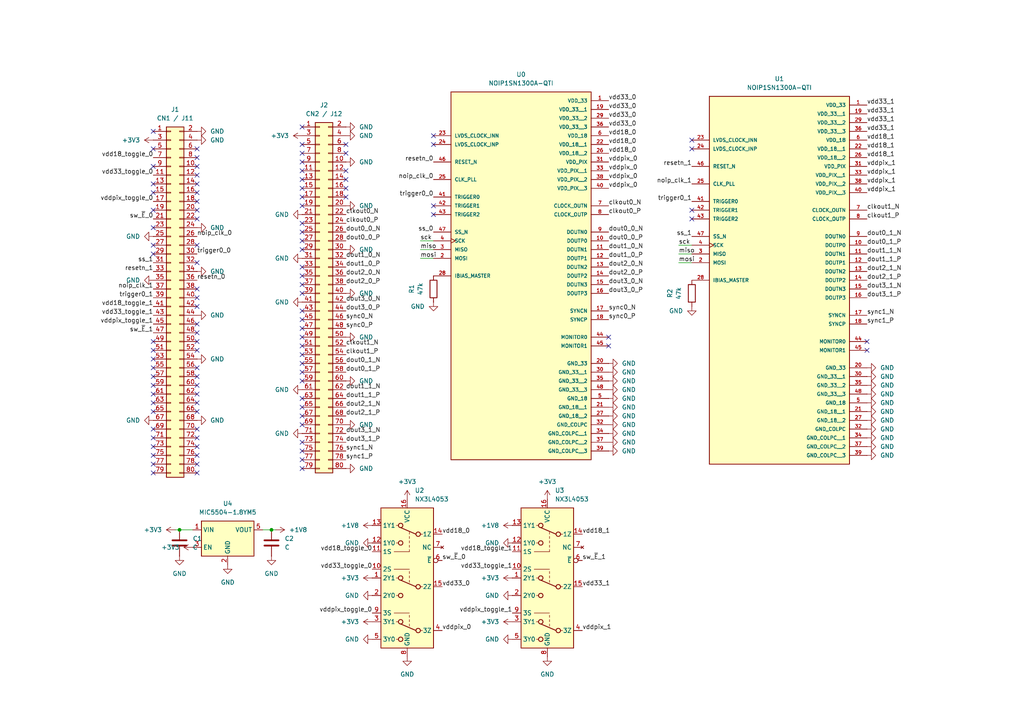
<source format=kicad_sch>
(kicad_sch (version 20231120) (generator "eeschema") (generator_version "8.0")
  (paper "A4")
  (lib_symbols
    (symbol "Connector_Generic:Conn_02x40_Odd_Even" (pin_names (offset 1.016) hide)
      (property "Reference" "J" (at 1.27 50.8 0))
      (property "Value" "Conn_02x40_Odd_Even" (at 1.27 -53.34 0))
      (symbol "Conn_02x40_Odd_Even_1_1"
        (pin passive line (at -5.08 48.26 0) (length 3.81) (name "Pin_1") (number "1"))
        (pin passive line (at 7.62 38.1 180) (length 3.81) (name "Pin_10") (number "10"))
        (pin passive line (at -5.08 35.56 0) (length 3.81) (name "Pin_11") (number "11"))
        (pin passive line (at 7.62 35.56 180) (length 3.81) (name "Pin_12") (number "12"))
        (pin passive line (at -5.08 33.02 0) (length 3.81) (name "Pin_13") (number "13"))
        (pin passive line (at 7.62 33.02 180) (length 3.81) (name "Pin_14") (number "14"))
        (pin passive line (at -5.08 30.48 0) (length 3.81) (name "Pin_15") (number "15"))
        (pin passive line (at 7.62 30.48 180) (length 3.81) (name "Pin_16") (number "16"))
        (pin passive line (at -5.08 27.94 0) (length 3.81) (name "Pin_17") (number "17"))
        (pin passive line (at 7.62 27.94 180) (length 3.81) (name "Pin_18") (number "18"))
        (pin passive line (at -5.08 25.4 0) (length 3.81) (name "Pin_19") (number "19"))
        (pin passive line (at 7.62 48.26 180) (length 3.81) (name "Pin_2") (number "2"))
        (pin passive line (at 7.62 25.4 180) (length 3.81) (name "Pin_20") (number "20"))
        (pin passive line (at -5.08 22.86 0) (length 3.81) (name "Pin_21") (number "21"))
        (pin passive line (at 7.62 22.86 180) (length 3.81) (name "Pin_22") (number "22"))
        (pin passive line (at -5.08 20.32 0) (length 3.81) (name "Pin_23") (number "23"))
        (pin passive line (at 7.62 20.32 180) (length 3.81) (name "Pin_24") (number "24"))
        (pin passive line (at -5.08 17.78 0) (length 3.81) (name "Pin_25") (number "25"))
        (pin passive line (at 7.62 17.78 180) (length 3.81) (name "Pin_26") (number "26"))
        (pin passive line (at -5.08 15.24 0) (length 3.81) (name "Pin_27") (number "27"))
        (pin passive line (at 7.62 15.24 180) (length 3.81) (name "Pin_28") (number "28"))
        (pin passive line (at -5.08 12.7 0) (length 3.81) (name "Pin_29") (number "29"))
        (pin passive line (at -5.08 45.72 0) (length 3.81) (name "Pin_3") (number "3"))
        (pin passive line (at 7.62 12.7 180) (length 3.81) (name "Pin_30") (number "30"))
        (pin passive line (at -5.08 10.16 0) (length 3.81) (name "Pin_31") (number "31"))
        (pin passive line (at 7.62 10.16 180) (length 3.81) (name "Pin_32") (number "32"))
        (pin passive line (at -5.08 7.62 0) (length 3.81) (name "Pin_33") (number "33"))
        (pin passive line (at 7.62 7.62 180) (length 3.81) (name "Pin_34") (number "34"))
        (pin passive line (at -5.08 5.08 0) (length 3.81) (name "Pin_35") (number "35"))
        (pin passive line (at 7.62 5.08 180) (length 3.81) (name "Pin_36") (number "36"))
        (pin passive line (at -5.08 2.54 0) (length 3.81) (name "Pin_37") (number "37"))
        (pin passive line (at 7.62 2.54 180) (length 3.81) (name "Pin_38") (number "38"))
        (pin passive line (at -5.08 0 0) (length 3.81) (name "Pin_39") (number "39"))
        (pin passive line (at 7.62 45.72 180) (length 3.81) (name "Pin_4") (number "4"))
        (pin passive line (at 7.62 0 180) (length 3.81) (name "Pin_40") (number "40"))
        (pin passive line (at -5.08 -2.54 0) (length 3.81) (name "Pin_41") (number "41"))
        (pin passive line (at 7.62 -2.54 180) (length 3.81) (name "Pin_42") (number "42"))
        (pin passive line (at -5.08 -5.08 0) (length 3.81) (name "Pin_43") (number "43"))
        (pin passive line (at 7.62 -5.08 180) (length 3.81) (name "Pin_44") (number "44"))
        (pin passive line (at -5.08 -7.62 0) (length 3.81) (name "Pin_45") (number "45"))
        (pin passive line (at 7.62 -7.62 180) (length 3.81) (name "Pin_46") (number "46"))
        (pin passive line (at -5.08 -10.16 0) (length 3.81) (name "Pin_47") (number "47"))
        (pin passive line (at 7.62 -10.16 180) (length 3.81) (name "Pin_48") (number "48"))
        (pin passive line (at -5.08 -12.7 0) (length 3.81) (name "Pin_49") (number "49"))
        (pin passive line (at -5.08 43.18 0) (length 3.81) (name "Pin_5") (number "5"))
        (pin passive line (at 7.62 -12.7 180) (length 3.81) (name "Pin_50") (number "50"))
        (pin passive line (at -5.08 -15.24 0) (length 3.81) (name "Pin_51") (number "51"))
        (pin passive line (at 7.62 -15.24 180) (length 3.81) (name "Pin_52") (number "52"))
        (pin passive line (at -5.08 -17.78 0) (length 3.81) (name "Pin_53") (number "53"))
        (pin passive line (at 7.62 -17.78 180) (length 3.81) (name "Pin_54") (number "54"))
        (pin passive line (at -5.08 -20.32 0) (length 3.81) (name "Pin_55") (number "55"))
        (pin passive line (at 7.62 -20.32 180) (length 3.81) (name "Pin_56") (number "56"))
        (pin passive line (at -5.08 -22.86 0) (length 3.81) (name "Pin_57") (number "57"))
        (pin passive line (at 7.62 -22.86 180) (length 3.81) (name "Pin_58") (number "58"))
        (pin passive line (at -5.08 -25.4 0) (length 3.81) (name "Pin_59") (number "59"))
        (pin passive line (at 7.62 43.18 180) (length 3.81) (name "Pin_6") (number "6"))
        (pin passive line (at 7.62 -25.4 180) (length 3.81) (name "Pin_60") (number "60"))
        (pin passive line (at -5.08 -27.94 0) (length 3.81) (name "Pin_61") (number "61"))
        (pin passive line (at 7.62 -27.94 180) (length 3.81) (name "Pin_62") (number "62"))
        (pin passive line (at -5.08 -30.48 0) (length 3.81) (name "Pin_63") (number "63"))
        (pin passive line (at 7.62 -30.48 180) (length 3.81) (name "Pin_64") (number "64"))
        (pin passive line (at -5.08 -33.02 0) (length 3.81) (name "Pin_65") (number "65"))
        (pin passive line (at 7.62 -33.02 180) (length 3.81) (name "Pin_66") (number "66"))
        (pin passive line (at -5.08 -35.56 0) (length 3.81) (name "Pin_67") (number "67"))
        (pin passive line (at 7.62 -35.56 180) (length 3.81) (name "Pin_68") (number "68"))
        (pin passive line (at -5.08 -38.1 0) (length 3.81) (name "Pin_69") (number "69"))
        (pin passive line (at -5.08 40.64 0) (length 3.81) (name "Pin_7") (number "7"))
        (pin passive line (at 7.62 -38.1 180) (length 3.81) (name "Pin_70") (number "70"))
        (pin passive line (at -5.08 -40.64 0) (length 3.81) (name "Pin_71") (number "71"))
        (pin passive line (at 7.62 -40.64 180) (length 3.81) (name "Pin_72") (number "72"))
        (pin passive line (at -5.08 -43.18 0) (length 3.81) (name "Pin_73") (number "73"))
        (pin passive line (at 7.62 -43.18 180) (length 3.81) (name "Pin_74") (number "74"))
        (pin passive line (at -5.08 -45.72 0) (length 3.81) (name "Pin_75") (number "75"))
        (pin passive line (at 7.62 -45.72 180) (length 3.81) (name "Pin_76") (number "76"))
        (pin passive line (at -5.08 -48.26 0) (length 3.81) (name "Pin_77") (number "77"))
        (pin passive line (at 7.62 -48.26 180) (length 3.81) (name "Pin_78") (number "78"))
        (pin passive line (at -5.08 -50.8 0) (length 3.81) (name "Pin_79") (number "79"))
        (pin passive line (at 7.62 40.64 180) (length 3.81) (name "Pin_8") (number "8"))
        (pin passive line (at 7.62 -50.8 180) (length 3.81) (name "Pin_80") (number "80"))
        (pin passive line (at -5.08 38.1 0) (length 3.81) (name "Pin_9") (number "9"))
      )
    )
    (symbol "Device:C" (pin_numbers hide) (pin_names (offset 0.254))
      (property "Reference" "C" (at 0.635 2.54 0))
      (property "Value" "C" (at 0.635 -2.54 0))
      (symbol "C_1_1"
        (pin passive line (at 0 3.81 270) (length 2.794) (name "~") (number "1"))
        (pin passive line (at 0 -3.81 90) (length 2.794) (name "~") (number "2"))
      )
    )
    (symbol "Device:R" (pin_numbers hide) (pin_names (offset 0))
      (property "Reference" "R" (at 2.032 0 90))
      (property "Value" "R" (at 0 0 90))
      (symbol "R_1_1"
        (pin passive line (at 0 3.81 270) (length 1.27) (name "~") (number "1"))
        (pin passive line (at 0 -3.81 90) (length 1.27) (name "~") (number "2"))
      )
    )
    (symbol "NOIP1SN1300A-QTI:NOIP1SN1300A-QTI" (pin_names (offset 1.016))
      (property "Reference" "U" (at -20.32 34.036 0))
      (property "Value" "NOIP1SN1300A-QTI" (at -20.32 -76.962 0))
      (symbol "NOIP1SN1300A-QTI_0_0"
        (pin power_in line (at 25.4 30.48 180) (length 5.08) (name "VDD_33") (number "1"))
        (pin output line (at 25.4 -10.16 180) (length 5.08) (name "DOUTP0") (number "10"))
        (pin output line (at 25.4 -12.7 180) (length 5.08) (name "DOUTN1") (number "11"))
        (pin output line (at 25.4 -15.24 180) (length 5.08) (name "DOUTP1") (number "12"))
        (pin output line (at 25.4 -17.78 180) (length 5.08) (name "DOUTN2") (number "13"))
        (pin output line (at 25.4 -20.32 180) (length 5.08) (name "DOUTP2") (number "14"))
        (pin output line (at 25.4 -22.86 180) (length 5.08) (name "DOUTN3") (number "15"))
        (pin output line (at 25.4 -25.4 180) (length 5.08) (name "DOUTP3") (number "16"))
        (pin output line (at 25.4 -30.48 180) (length 5.08) (name "SYNCN") (number "17"))
        (pin output line (at 25.4 -33.02 180) (length 5.08) (name "SYNCP") (number "18"))
        (pin power_in line (at 25.4 27.94 180) (length 5.08) (name "VDD_33__1") (number "19"))
        (pin input line (at -25.4 -15.24 0) (length 5.08) (name "MOSI") (number "2"))
        (pin power_in line (at 25.4 -45.72 180) (length 5.08) (name "GND_33") (number "20"))
        (pin power_in line (at 25.4 -58.42 180) (length 5.08) (name "GND_18__1") (number "21"))
        (pin power_in line (at 25.4 17.78 180) (length 5.08) (name "VDD_18__1") (number "22"))
        (pin input line (at -25.4 20.32 0) (length 5.08) (name "LVDS_CLOCK_INN") (number "23"))
        (pin input line (at -25.4 17.78 0) (length 5.08) (name "LVDS_CLOCK_INP") (number "24"))
        (pin input line (at -25.4 7.62 0) (length 5.08) (name "CLK_PLL") (number "25"))
        (pin power_in line (at 25.4 15.24 180) (length 5.08) (name "VDD_18__2") (number "26"))
        (pin power_in line (at 25.4 -60.96 180) (length 5.08) (name "GND_18__2") (number "27"))
        (pin bidirectional line (at -25.4 -20.32 0) (length 5.08) (name "IBIAS_MASTER") (number "28"))
        (pin power_in line (at 25.4 25.4 180) (length 5.08) (name "VDD_33__2") (number "29"))
        (pin output line (at -25.4 -12.7 0) (length 5.08) (name "MISO") (number "3"))
        (pin power_in line (at 25.4 -48.26 180) (length 5.08) (name "GND_33__1") (number "30"))
        (pin power_in line (at 25.4 12.7 180) (length 5.08) (name "VDD_PIX") (number "31"))
        (pin power_in line (at 25.4 -63.5 180) (length 5.08) (name "GND_COLPC") (number "32"))
        (pin power_in line (at 25.4 10.16 180) (length 5.08) (name "VDD_PIX__1") (number "33"))
        (pin power_in line (at 25.4 -66.04 180) (length 5.08) (name "GND_COLPC__1") (number "34"))
        (pin power_in line (at 25.4 -50.8 180) (length 5.08) (name "GND_33__2") (number "35"))
        (pin power_in line (at 25.4 22.86 180) (length 5.08) (name "VDD_33__3") (number "36"))
        (pin power_in line (at 25.4 -68.58 180) (length 5.08) (name "GND_COLPC__2") (number "37"))
        (pin power_in line (at 25.4 7.62 180) (length 5.08) (name "VDD_PIX__2") (number "38"))
        (pin power_in line (at 25.4 -71.12 180) (length 5.08) (name "GND_COLPC__3") (number "39"))
        (pin input clock (at -25.4 -10.16 0) (length 5.08) (name "SCK") (number "4"))
        (pin power_in line (at 25.4 5.08 180) (length 5.08) (name "VDD_PIX__3") (number "40"))
        (pin input line (at -25.4 2.54 0) (length 5.08) (name "TRIGGER0") (number "41"))
        (pin input line (at -25.4 0 0) (length 5.08) (name "TRIGGER1") (number "42"))
        (pin input line (at -25.4 -2.54 0) (length 5.08) (name "TRIGGER2") (number "43"))
        (pin output line (at 25.4 -38.1 180) (length 5.08) (name "MONITOR0") (number "44"))
        (pin output line (at 25.4 -40.64 180) (length 5.08) (name "MONITOR1") (number "45"))
        (pin input line (at -25.4 12.7 0) (length 5.08) (name "RESET_N") (number "46"))
        (pin input line (at -25.4 -7.62 0) (length 5.08) (name "SS_N") (number "47"))
        (pin power_in line (at 25.4 -53.34 180) (length 5.08) (name "GND_33__3") (number "48"))
        (pin power_in line (at 25.4 -55.88 180) (length 5.08) (name "GND_18") (number "5"))
        (pin power_in line (at 25.4 20.32 180) (length 5.08) (name "VDD_18") (number "6"))
        (pin output line (at 25.4 0 180) (length 5.08) (name "CLOCK_OUTN") (number "7"))
        (pin output line (at 25.4 -2.54 180) (length 5.08) (name "CLOCK_OUTP") (number "8"))
        (pin output line (at 25.4 -7.62 180) (length 5.08) (name "DOUTN0") (number "9"))
      )
    )
    (symbol "NX3L4053:NX3L4053"
      (property "Reference" "U" (at -7.62 16.51 0))
      (property "Value" "NX3L4053" (at 0.635 16.51 0))
      (symbol "NX3L4053_1_1"
        (pin bidirectional line (at -10.16 -5.08 0) (length 2.54) (name "2Y1") (number "1"))
        (pin input line (at -10.16 -2.54 0) (length 2.54) (name "2S") (number "10"))
        (pin input line (at -10.16 2.54 0) (length 2.54) (name "1S") (number "11"))
        (pin passive line (at 0 -27.94 90) (length 2.54) hide (name "GND") (number "11"))
        (pin bidirectional line (at -10.16 5.08 0) (length 2.54) (name "1Y0") (number "12"))
        (pin bidirectional line (at -10.16 10.16 0) (length 2.54) (name "1Y1") (number "13"))
        (pin bidirectional line (at 10.16 7.62 180) (length 2.54) (name "1Z") (number "14"))
        (pin bidirectional line (at 10.16 -7.62 180) (length 2.54) (name "2Z") (number "15"))
        (pin power_in line (at 0 17.78 270) (length 2.54) (name "VCC") (number "16"))
        (pin bidirectional line (at -10.16 -10.16 0) (length 2.54) (name "2Y0") (number "2"))
        (pin bidirectional line (at -10.16 -17.78 0) (length 2.54) (name "3Y1") (number "3"))
        (pin bidirectional line (at 10.16 -20.32 180) (length 2.54) (name "3Z") (number "4"))
        (pin bidirectional line (at -10.16 -22.86 0) (length 2.54) (name "3Y0") (number "5"))
        (pin bidirectional inverted (at 10.16 0 180) (length 2.54) (name "~{E}") (number "6"))
        (pin no_connect line (at 10.16 3.81 180) (length 2.54) (name "NC") (number "7"))
        (pin power_in line (at 0 -27.94 90) (length 2.54) (name "GND") (number "8"))
        (pin input line (at -10.16 -15.24 0) (length 2.54) (name "3S") (number "9"))
      )
    )
    (symbol "Regulator_Linear:MIC5504-1.8YM5"
      (property "Reference" "U" (at -7.62 8.89 0))
      (property "Value" "MIC5504-1.8YM5" (at -7.62 6.35 0))
      (symbol "MIC5504-1.8YM5_1_1"
        (pin power_in line (at -10.16 2.54 0) (length 2.54) (name "VIN") (number "1"))
        (pin power_in line (at 0 -7.62 90) (length 2.54) (name "GND") (number "2"))
        (pin input line (at -10.16 -2.54 0) (length 2.54) (name "EN") (number "3"))
        (pin no_connect line (at 7.62 -2.54 180) (length 2.54) hide (name "NC") (number "4"))
        (pin power_out line (at 10.16 2.54 180) (length 2.54) (name "VOUT") (number "5"))
      )
    )
    (symbol "power:+1V8" (power) (pin_numbers hide) (pin_names (offset 0) hide)
      (property "Value" "+1V8" (at 0 3.556 0))
      (symbol "+1V8_1_1"
        (pin power_in line (at 0 0 90) (length 0) (name "~") (number "1"))
      )
    )
    (symbol "power:+3.3V" (power) (pin_numbers hide) (pin_names (offset 0) hide)
      (property "Value" "+3.3V" (at 0 3.556 0))
      (symbol "+3.3V_1_1"
        (pin power_in line (at 0 0 90) (length 0) (name "~") (number "1"))
      )
    )
    (symbol "power:+3V3" (power) (pin_numbers hide) (pin_names (offset 0) hide)
      (property "Value" "+3V3" (at 0 3.556 0))
      (symbol "+3V3_1_1"
        (pin power_in line (at 0 0 90) (length 0) (name "~") (number "1"))
      )
    )
    (symbol "power:GND" (power) (pin_numbers hide) (pin_names (offset 0) hide)
      (property "Value" "GND" (at 0 -3.81 0))
      (symbol "GND_1_1"
        (pin power_in line (at 0 0 270) (length 0) (name "~") (number "1"))
      )
    )
  )
  (junction (at 52.07 153.67))
  (junction (at 78.74 153.67))
  (no_connect (at 100.33 44.45))
  (no_connect (at 87.63 64.77))
  (no_connect (at 87.63 44.45))
  (no_connect (at 87.63 135.89))
  (no_connect (at 200.66 40.64))
  (no_connect (at 57.15 63.5))
  (no_connect (at 57.15 101.6))
  (no_connect (at 125.73 62.23))
  (no_connect (at 200.66 63.5))
  (no_connect (at 87.63 95.25))
  (no_connect (at 44.45 101.6))
  (no_connect (at 57.15 71.12))
  (no_connect (at 44.45 71.12))
  (no_connect (at 57.15 50.8))
  (no_connect (at 87.63 105.41))
  (no_connect (at 87.63 133.35))
  (no_connect (at 57.15 53.34))
  (no_connect (at 57.15 114.3))
  (no_connect (at 87.63 59.69))
  (no_connect (at 57.15 99.06))
  (no_connect (at 100.33 52.07))
  (no_connect (at 44.45 43.18))
  (no_connect (at 57.15 55.88))
  (no_connect (at 57.15 58.42))
  (no_connect (at 57.15 76.2))
  (no_connect (at 100.33 57.15))
  (no_connect (at 44.45 111.76))
  (no_connect (at 57.15 109.22))
  (no_connect (at 57.15 96.52))
  (no_connect (at 57.15 127))
  (no_connect (at 57.15 86.36))
  (no_connect (at 57.15 48.26))
  (no_connect (at 87.63 69.85))
  (no_connect (at 57.15 106.68))
  (no_connect (at 57.15 129.54))
  (no_connect (at 44.45 116.84))
  (no_connect (at 57.15 93.98))
  (no_connect (at 44.45 38.1))
  (no_connect (at 87.63 72.39))
  (no_connect (at 57.15 119.38))
  (no_connect (at 87.63 92.71))
  (no_connect (at 44.45 99.06))
  (no_connect (at 44.45 129.54))
  (no_connect (at 87.63 115.57))
  (no_connect (at 44.45 114.3))
  (no_connect (at 44.45 66.04))
  (no_connect (at 87.63 46.99))
  (no_connect (at 44.45 137.16))
  (no_connect (at 57.15 116.84))
  (no_connect (at 87.63 100.33))
  (no_connect (at 87.63 130.81))
  (no_connect (at 57.15 45.72))
  (no_connect (at 57.15 88.9))
  (no_connect (at 87.63 123.19))
  (no_connect (at 87.63 102.87))
  (no_connect (at 87.63 110.49))
  (no_connect (at 125.73 59.69))
  (no_connect (at 87.63 85.09))
  (no_connect (at 44.45 53.34))
  (no_connect (at 44.45 124.46))
  (no_connect (at 57.15 83.82))
  (no_connect (at 100.33 54.61))
  (no_connect (at 57.15 134.62))
  (no_connect (at 125.73 39.37))
  (no_connect (at 87.63 49.53))
  (no_connect (at 87.63 128.27))
  (no_connect (at 87.63 90.17))
  (no_connect (at 251.46 99.06))
  (no_connect (at 125.73 41.91))
  (no_connect (at 44.45 134.62))
  (no_connect (at 200.66 60.96))
  (no_connect (at 87.63 107.95))
  (no_connect (at 44.45 60.96))
  (no_connect (at 87.63 36.83))
  (no_connect (at 87.63 120.65))
  (no_connect (at 176.53 100.33))
  (no_connect (at 44.45 48.26))
  (no_connect (at 87.63 67.31))
  (no_connect (at 87.63 97.79))
  (no_connect (at 200.66 43.18))
  (no_connect (at 100.33 49.53))
  (no_connect (at 44.45 132.08))
  (no_connect (at 87.63 77.47))
  (no_connect (at 57.15 137.16))
  (no_connect (at 44.45 119.38))
  (no_connect (at 87.63 41.91))
  (no_connect (at 44.45 104.14))
  (no_connect (at 87.63 54.61))
  (no_connect (at 44.45 127))
  (no_connect (at 44.45 55.88))
  (no_connect (at 57.15 43.18))
  (no_connect (at 57.15 132.08))
  (no_connect (at 87.63 82.55))
  (no_connect (at 176.53 97.79))
  (no_connect (at 87.63 118.11))
  (no_connect (at 44.45 73.66))
  (no_connect (at 87.63 80.01))
  (no_connect (at 44.45 106.68))
  (no_connect (at 57.15 111.76))
  (no_connect (at 44.45 109.22))
  (no_connect (at 251.46 101.6))
  (no_connect (at 57.15 60.96))
  (no_connect (at 87.63 57.15))
  (no_connect (at 100.33 41.91))
  (no_connect (at 57.15 124.46))
  (no_connect (at 87.63 52.07))
  (wire (pts (xy 196.85 71.12) (xy 200.66 71.12)))
  (wire (pts (xy 121.92 69.85) (xy 125.73 69.85)))
  (wire (pts (xy 80.01 153.67) (xy 78.74 153.67)))
  (wire (pts (xy 196.85 76.2) (xy 200.66 76.2)))
  (wire (pts (xy 52.07 153.67) (xy 55.88 153.67)))
  (wire (pts (xy 78.74 153.67) (xy 76.2 153.67)))
  (wire (pts (xy 121.92 74.93) (xy 125.73 74.93)))
  (wire (pts (xy 196.85 73.66) (xy 200.66 73.66)))
  (wire (pts (xy 121.92 72.39) (xy 125.73 72.39)))
  (wire (pts (xy 50.8 153.67) (xy 52.07 153.67)))
  (label "dout0_1_P" (at 100.33 107.95 0))
  (label "sync0_P" (at 100.33 95.25 0))
  (label "vddpix_0" (at 176.53 54.61 0))
  (label "sync1_N" (at 100.33 130.81 0))
  (label "vdd33_toggle_1" (at 148.59 165.1 180))
  (label "dout1_1_N" (at 251.46 73.66 0))
  (label "clkout0_P" (at 100.33 64.77 0))
  (label "sck" (at 121.92 69.85 0))
  (label "clkout1_N" (at 100.33 100.33 0))
  (label "sw_~{E}_0" (at 44.45 63.5 180))
  (label "dout1_1_P" (at 251.46 76.2 0))
  (label "dout2_1_N" (at 251.46 78.74 0))
  (label "vddpix_toggle_0" (at 107.95 177.8 180))
  (label "vdd18_0" (at 176.53 39.37 0))
  (label "sync0_N" (at 176.53 90.17 0))
  (label "vdd33_toggle_1" (at 44.45 91.44 180))
  (label "dout1_0_P" (at 176.53 74.93 0))
  (label "vddpix_0" (at 176.53 49.53 0))
  (label "dout0_1_N" (at 251.46 68.58 0))
  (label "sync0_N" (at 100.33 92.71 0))
  (label "dout3_1_P" (at 100.33 128.27 0))
  (label "vdd33_1" (at 168.91 170.18 0))
  (label "dout2_1_P" (at 100.33 120.65 0))
  (label "resetn_1" (at 200.66 48.26 180))
  (label "dout3_1_N" (at 251.46 83.82 0))
  (label "vdd18_toggle_1" (at 44.45 88.9 180))
  (label "dout0_0_N" (at 100.33 67.31 0))
  (label "trigger0_1" (at 200.66 58.42 180))
  (label "sck" (at 196.85 71.12 0))
  (label "sync1_N" (at 251.46 91.44 0))
  (label "mosi" (at 196.85 76.2 0))
  (label "dout2_1_P" (at 251.46 81.28 0))
  (label "dout0_1_N" (at 100.33 105.41 0))
  (label "clkout1_P" (at 100.33 102.87 0))
  (label "vdd18_0" (at 176.53 41.91 0))
  (label "dout1_0_N" (at 100.33 74.93 0))
  (label "vddpix_1" (at 251.46 55.88 0))
  (label "ss_1" (at 44.45 76.2 180))
  (label "dout3_0_P" (at 100.33 90.17 0))
  (label "ss_0" (at 125.73 67.31 180))
  (label "noip_clk_1" (at 44.45 83.82 180))
  (label "clkout0_N" (at 176.53 59.69 0))
  (label "clkout0_P" (at 176.53 62.23 0))
  (label "dout2_1_N" (at 100.33 118.11 0))
  (label "dout0_0_P" (at 176.53 69.85 0))
  (label "vddpix_1" (at 251.46 50.8 0))
  (label "miso" (at 196.85 73.66 0))
  (label "dout3_0_N" (at 100.33 87.63 0))
  (label "dout3_0_N" (at 176.53 82.55 0))
  (label "noip_clk_1" (at 200.66 53.34 180))
  (label "vdd18_toggle_0" (at 107.95 160.02 180))
  (label "vdd33_0" (at 128.27 170.18 0))
  (label "resetn_1" (at 44.45 78.74 180))
  (label "dout1_0_P" (at 100.33 77.47 0))
  (label "dout1_1_N" (at 100.33 113.03 0))
  (label "sync0_P" (at 176.53 92.71 0))
  (label "vddpix_0" (at 176.53 46.99 0))
  (label "sw_~{E}_1" (at 44.45 96.52 180))
  (label "dout3_1_N" (at 100.33 125.73 0))
  (label "vddpix_0" (at 128.27 182.88 0))
  (label "noip_clk_0" (at 57.15 68.58 0))
  (label "vdd33_toggle_0" (at 44.45 50.8 180))
  (label "trigger0_0" (at 125.73 57.15 180))
  (label "dout0_0_P" (at 100.33 69.85 0))
  (label "sync1_P" (at 100.33 133.35 0))
  (label "dout1_0_N" (at 176.53 72.39 0))
  (label "dout3_1_P" (at 251.46 86.36 0))
  (label "vdd33_0" (at 176.53 29.21 0))
  (label "sync1_P" (at 251.46 93.98 0))
  (label "resetn_0" (at 57.15 81.28 0))
  (label "sw_~{E}_0" (at 128.27 162.56 0))
  (label "vddpix_toggle_1" (at 44.45 93.98 180))
  (label "noip_clk_0" (at 125.73 52.07 180))
  (label "vdd33_0" (at 176.53 31.75 0))
  (label "vddpix_toggle_1" (at 148.59 177.8 180))
  (label "dout2_0_N" (at 176.53 77.47 0))
  (label "vddpix_0" (at 176.53 52.07 0))
  (label "dout2_0_P" (at 100.33 82.55 0))
  (label "vdd18_1" (at 251.46 43.18 0))
  (label "trigger0_1" (at 44.45 86.36 180))
  (label "vddpix_1" (at 251.46 53.34 0))
  (label "dout2_0_P" (at 176.53 80.01 0))
  (label "vdd18_1" (at 251.46 40.64 0))
  (label "resetn_0" (at 125.73 46.99 180))
  (label "vdd33_1" (at 251.46 35.56 0))
  (label "vdd18_toggle_1" (at 148.59 160.02 180))
  (label "trigger0_0" (at 57.15 73.66 0))
  (label "dout1_1_P" (at 100.33 115.57 0))
  (label "vdd18_1" (at 168.91 154.94 0))
  (label "dout3_0_P" (at 176.53 85.09 0))
  (label "vdd33_1" (at 251.46 30.48 0))
  (label "vdd33_0" (at 176.53 36.83 0))
  (label "vdd33_1" (at 251.46 33.02 0))
  (label "vddpix_toggle_0" (at 44.45 58.42 180))
  (label "sw_~{E}_1" (at 168.91 162.56 0))
  (label "vdd18_0" (at 128.27 154.94 0))
  (label "mosi" (at 121.92 74.93 0))
  (label "dout0_0_N" (at 176.53 67.31 0))
  (label "vddpix_1" (at 251.46 48.26 0))
  (label "vdd18_toggle_0" (at 44.45 45.72 180))
  (label "vdd33_toggle_0" (at 107.95 165.1 180))
  (label "ss_1" (at 200.66 68.58 180))
  (label "clkout0_N" (at 100.33 62.23 0))
  (label "vdd18_1" (at 251.46 45.72 0))
  (label "vdd33_1" (at 251.46 38.1 0))
  (label "dout0_1_P" (at 251.46 71.12 0))
  (label "miso" (at 121.92 72.39 0))
  (label "dout2_0_N" (at 100.33 80.01 0))
  (label "vddpix_1" (at 168.91 182.88 0))
  (label "vdd33_0" (at 176.53 34.29 0))
  (label "clkout1_N" (at 251.46 60.96 0))
  (label "vdd18_0" (at 176.53 44.45 0))
  (label "clkout1_P" (at 251.46 63.5 0))
  (symbol (lib_id "power:GND") (at 100.33 85.09 90) (unit 1)
    (property "Reference" "#PWR028" (effects (hide yes)))
    (property "Value" "GND" (at 104.14 85.0899 90) (effects (justify right)))
    (property "Description" "Power symbol creates a global label with name \"GND\" , ground" (effects (hide yes)))
  )
  (symbol (lib_id "power:GND") (at 57.15 78.74 90) (unit 1)
    (property "Reference" "#PWR020" (effects (hide yes)))
    (property "Value" "GND" (at 60.96 78.7399 90) (effects (justify right)))
    (property "Description" "Power symbol creates a global label with name \"GND\" , ground" (effects (hide yes)))
  )
  (symbol (lib_id "power:GND") (at 176.53 120.65 90) (unit 1)
    (property "Reference" "#PWR09" (effects (hide yes)))
    (property "Value" "GND" (at 180.34 120.6499 90) (effects (justify right)))
    (property "Description" "Power symbol creates a global label with name \"GND\" , ground" (effects (hide yes)))
  )
  (symbol (lib_id "power:GND") (at 251.46 121.92 90) (unit 1)
    (property "Reference" "#PWR036" (effects (hide yes)))
    (property "Value" "GND" (at 255.27 121.9199 90) (effects (justify right)))
    (property "Description" "Power symbol creates a global label with name \"GND\" , ground" (effects (hide yes)))
  )
  (symbol (lib_id "power:GND") (at 118.11 190.5 0) (unit 1)
    (property "Reference" "#PWR043" (effects (hide yes)))
    (property "Value" "GND" (at 118.11 195.58 0))
    (property "Description" "Power symbol creates a global label with name \"GND\" , ground" (effects (hide yes)))
  )
  (symbol (lib_id "NX3L4053:NX3L4053") (at 158.75 162.56 0) (unit 1)
    (property "Reference" "U3" (at 160.9441 142.24 0) (effects (justify left)))
    (property "Value" "NX3L4053" (at 160.9441 144.78 0) (effects (justify left)))
    (property "Footprint" "NX3L4053PW_118:SOP65P640X110-16N" (effects (hide yes)))
    (property "Datasheet" "https://www.mouser.fr/datasheet/2/302/NX3L4053-1902135.pdf" (effects (hide yes)))
    (property "Description" "Triple low-ohmic single-pole double-throw analog switch" (effects (hide yes)))
  )
  (symbol (lib_id "power:GND") (at 44.45 81.28 270) (unit 1)
    (property "Reference" "#PWR067" (effects (hide yes)))
    (property "Value" "GND" (at 40.64 81.2799 90) (effects (justify right)))
    (property "Description" "Power symbol creates a global label with name \"GND\" , ground" (effects (hide yes)))
  )
  (symbol (lib_id "power:GND") (at 176.53 110.49 90) (unit 1)
    (property "Reference" "#PWR05" (effects (hide yes)))
    (property "Value" "GND" (at 180.34 110.4899 90) (effects (justify right)))
    (property "Description" "Power symbol creates a global label with name \"GND\" , ground" (effects (hide yes)))
  )
  (symbol (lib_id "power:GND") (at 251.46 111.76 90) (unit 1)
    (property "Reference" "#PWR032" (effects (hide yes)))
    (property "Value" "GND" (at 255.27 111.7599 90) (effects (justify right)))
    (property "Description" "Power symbol creates a global label with name \"GND\" , ground" (effects (hide yes)))
  )
  (symbol (lib_id "power:GND") (at 57.15 38.1 90) (unit 1)
    (property "Reference" "#PWR014" (effects (hide yes)))
    (property "Value" "GND" (at 60.96 38.0999 90) (effects (justify right)))
    (property "Description" "Power symbol creates a global label with name \"GND\" , ground" (effects (hide yes)))
  )
  (symbol (lib_id "Connector_Generic:Conn_02x40_Odd_Even") (at 49.53 86.36 0) (unit 1)
    (property "Reference" "J1" (at 50.8 31.75 0))
    (property "Value" "CN1 / J11" (at 50.8 34.29 0))
    (property "Footprint" "TFM-140-12-L-D-A:SAMTEC_TFM-140-12-L-D-A" (effects (hide yes)))
    (property "Description" "Generic connector, double row, 02x40, odd/even pin numbering scheme (row 1 odd numbers, row 2 even numbers), script generated (kicad-library-utils/schlib/autogen/connector/)" (effects (hide yes)))
  )
  (symbol (lib_id "power:GND") (at 100.33 72.39 90) (unit 1)
    (property "Reference" "#PWR027" (effects (hide yes)))
    (property "Value" "GND" (at 104.14 72.3899 90) (effects (justify right)))
    (property "Description" "Power symbol creates a global label with name \"GND\" , ground" (effects (hide yes)))
  )
  (symbol (lib_id "power:GND") (at 176.53 115.57 90) (unit 1)
    (property "Reference" "#PWR07" (effects (hide yes)))
    (property "Value" "GND" (at 180.34 115.5699 90) (effects (justify right)))
    (property "Description" "Power symbol creates a global label with name \"GND\" , ground" (effects (hide yes)))
  )
  (symbol (lib_id "power:GND") (at 176.53 113.03 90) (unit 1)
    (property "Reference" "#PWR06" (effects (hide yes)))
    (property "Value" "GND" (at 180.34 113.0299 90) (effects (justify right)))
    (property "Description" "Power symbol creates a global label with name \"GND\" , ground" (effects (hide yes)))
  )
  (symbol (lib_id "power:GND") (at 176.53 118.11 90) (unit 1)
    (property "Reference" "#PWR08" (effects (hide yes)))
    (property "Value" "GND" (at 180.34 118.1099 90) (effects (justify right)))
    (property "Description" "Power symbol creates a global label with name \"GND\" , ground" (effects (hide yes)))
  )
  (symbol (lib_id "power:GND") (at 251.46 109.22 90) (unit 1)
    (property "Reference" "#PWR031" (effects (hide yes)))
    (property "Value" "GND" (at 255.27 109.2199 90) (effects (justify right)))
    (property "Description" "Power symbol creates a global label with name \"GND\" , ground" (effects (hide yes)))
  )
  (symbol (lib_id "power:+3.3V") (at 55.88 158.75 90) (unit 1)
    (property "Reference" "#PWR073" (effects (hide yes)))
    (property "Value" "+3V3" (at 52.07 158.7499 90) (effects (justify left)))
    (property "Description" "Power symbol creates a global label with name \"+3.3V\"" (effects (hide yes)))
  )
  (symbol (lib_id "Device:R") (at 200.66 85.09 0) (mirror y) (unit 1)
    (property "Reference" "R2" (at 194.31 85.09 90))
    (property "Value" "47k" (at 196.85 85.09 90))
    (property "Footprint" "Resistor_SMD:R_0603_1608Metric" (effects (hide yes)))
    (property "Description" "Resistor" (effects (hide yes)))
  )
  (symbol (lib_id "power:GND") (at 87.63 87.63 270) (unit 1)
    (property "Reference" "#PWR064" (effects (hide yes)))
    (property "Value" "GND" (at 83.82 87.6299 90) (effects (justify right)))
    (property "Description" "Power symbol creates a global label with name \"GND\" , ground" (effects (hide yes)))
  )
  (symbol (lib_id "power:GND") (at 176.53 107.95 90) (unit 1)
    (property "Reference" "#PWR04" (effects (hide yes)))
    (property "Value" "GND" (at 180.34 107.9499 90) (effects (justify right)))
    (property "Description" "Power symbol creates a global label with name \"GND\" , ground" (effects (hide yes)))
  )
  (symbol (lib_id "NOIP1SN1300A-QTI:NOIP1SN1300A-QTI") (at 151.13 59.69 0) (unit 1)
    (property "Reference" "U0" (at 151.13 21.59 0))
    (property "Value" "NOIP1SN1300A-QTI" (at 151.13 24.13 0))
    (property "Footprint" "NOIP1SN1300A-QTI:LCC101P1422X1422X228-48N" (effects (hide yes)))
    (property "MF" "ON Semiconductor" (effects (hide yes)))
    (property "SNAPEDA_PACKAGE_ID" "104316" (effects (hide yes)))
    (property "Package" "LCC-48 ON Semiconductor" (effects (hide yes)))
    (property "Price" "None" (effects (hide yes)))
    (property "Check_prices" "https://www.snapeda.com/parts/NOIP1SN1300A-QTI/Onsemi/view-part/?ref=eda" (effects (hide yes)))
    (property "STANDARD" "IPC 7351B" (effects (hide yes)))
    (property "PARTREV" "6" (effects (hide yes)))
    (property "SnapEDA_Link" "https://www.snapeda.com/parts/NOIP1SN1300A-QTI/Onsemi/view-part/?ref=snap" (effects (hide yes)))
    (property "MP" "NOIP1SN1300A-QTI" (effects (hide yes)))
    (property "Purchase-URL" "https://www.snapeda.com/api/url_track_click_mouser/?unipart_id=572296&manufacturer=ON Semiconductor&part_name=NOIP1SN1300A-QTI&search_term=None" (effects (hide yes)))
    (property "Description_1" "\nCMOS Image Sensor 4.8µm x 4.8µm 48-LCC (14.22x14.22)\n" (effects (hide yes)))
    (property "MANUFACTURER" "ON SEMICONDUCTOR" (effects (hide yes)))
    (property "Availability" "In Stock" (effects (hide yes)))
    (property "MAXIMUM_PACKAGE_HEIGHT" "2.28mm" (effects (hide yes)))
  )
  (symbol (lib_id "power:GND") (at 251.46 132.08 90) (unit 1)
    (property "Reference" "#PWR040" (effects (hide yes)))
    (property "Value" "GND" (at 255.27 132.0799 90) (effects (justify right)))
    (property "Description" "Power symbol creates a global label with name \"GND\" , ground" (effects (hide yes)))
  )
  (symbol (lib_id "power:+3.3V") (at 148.59 167.64 90) (mirror x) (unit 1)
    (property "Reference" "#PWR053" (effects (hide yes)))
    (property "Value" "+3V3" (at 144.78 167.6401 90) (effects (justify left)))
    (property "Description" "Power symbol creates a global label with name \"+3.3V\"" (effects (hide yes)))
  )
  (symbol (lib_id "power:GND") (at 200.66 88.9 0) (mirror y) (unit 1)
    (property "Reference" "#PWR029" (effects (hide yes)))
    (property "Value" "GND" (at 198.12 90.1699 0) (effects (justify left)))
    (property "Description" "Power symbol creates a global label with name \"GND\" , ground" (effects (hide yes)))
  )
  (symbol (lib_id "power:GND") (at 87.63 62.23 270) (unit 1)
    (property "Reference" "#PWR066" (effects (hide yes)))
    (property "Value" "GND" (at 83.82 62.2299 90) (effects (justify right)))
    (property "Description" "Power symbol creates a global label with name \"GND\" , ground" (effects (hide yes)))
  )
  (symbol (lib_id "power:GND") (at 100.33 135.89 90) (unit 1)
    (property "Reference" "#PWR063" (effects (hide yes)))
    (property "Value" "GND" (at 104.14 135.8899 90) (effects (justify right)))
    (property "Description" "Power symbol creates a global label with name \"GND\" , ground" (effects (hide yes)))
  )
  (symbol (lib_id "power:GND") (at 148.59 185.42 270) (mirror x) (unit 1)
    (property "Reference" "#PWR050" (effects (hide yes)))
    (property "Value" "GND" (at 144.78 185.4201 90) (effects (justify right)))
    (property "Description" "Power symbol creates a global label with name \"GND\" , ground" (effects (hide yes)))
  )
  (symbol (lib_id "power:+1V8") (at 107.95 152.4 90) (mirror x) (unit 1)
    (property "Reference" "#PWR026" (effects (hide yes)))
    (property "Value" "+1V8" (at 104.14 152.4001 90) (effects (justify left)))
    (property "Description" "Power symbol creates a global label with name \"+1V8\"" (effects (hide yes)))
  )
  (symbol (lib_id "power:GND") (at 100.33 36.83 90) (unit 1)
    (property "Reference" "#PWR017" (effects (hide yes)))
    (property "Value" "GND" (at 104.14 36.8299 90) (effects (justify right)))
    (property "Description" "Power symbol creates a global label with name \"GND\" , ground" (effects (hide yes)))
  )
  (symbol (lib_id "power:GND") (at 176.53 123.19 90) (unit 1)
    (property "Reference" "#PWR010" (effects (hide yes)))
    (property "Value" "GND" (at 180.34 123.1899 90) (effects (justify right)))
    (property "Description" "Power symbol creates a global label with name \"GND\" , ground" (effects (hide yes)))
  )
  (symbol (lib_id "NX3L4053:NX3L4053") (at 118.11 162.56 0) (unit 1)
    (property "Reference" "U2" (at 120.3041 142.24 0) (effects (justify left)))
    (property "Value" "NX3L4053" (at 120.3041 144.78 0) (effects (justify left)))
    (property "Footprint" "NX3L4053PW_118:SOP65P640X110-16N" (effects (hide yes)))
    (property "Datasheet" "https://www.mouser.fr/datasheet/2/302/NX3L4053-1902135.pdf" (effects (hide yes)))
    (property "Description" "Triple low-ohmic single-pole double-throw analog switch" (effects (hide yes)))
  )
  (symbol (lib_id "power:GND") (at 66.04 163.83 0) (unit 1)
    (property "Reference" "#PWR069" (effects (hide yes)))
    (property "Value" "GND" (at 66.04 168.91 0))
    (property "Description" "Power symbol creates a global label with name \"GND\" , ground" (effects (hide yes)))
  )
  (symbol (lib_id "power:GND") (at 57.15 121.92 90) (unit 1)
    (property "Reference" "#PWR023" (effects (hide yes)))
    (property "Value" "GND" (at 60.96 121.9199 90) (effects (justify right)))
    (property "Description" "Power symbol creates a global label with name \"GND\" , ground" (effects (hide yes)))
  )
  (symbol (lib_id "power:GND") (at 100.33 110.49 90) (unit 1)
    (property "Reference" "#PWR061" (effects (hide yes)))
    (property "Value" "GND" (at 104.14 110.4899 90) (effects (justify right)))
    (property "Description" "Power symbol creates a global label with name \"GND\" , ground" (effects (hide yes)))
  )
  (symbol (lib_id "power:GND") (at 176.53 128.27 90) (unit 1)
    (property "Reference" "#PWR012" (effects (hide yes)))
    (property "Value" "GND" (at 180.34 128.2699 90) (effects (justify right)))
    (property "Description" "Power symbol creates a global label with name \"GND\" , ground" (effects (hide yes)))
  )
  (symbol (lib_id "power:GND") (at 100.33 39.37 90) (unit 1)
    (property "Reference" "#PWR018" (effects (hide yes)))
    (property "Value" "GND" (at 104.14 39.3699 90) (effects (justify right)))
    (property "Description" "Power symbol creates a global label with name \"GND\" , ground" (effects (hide yes)))
  )
  (symbol (lib_id "power:+3.3V") (at 107.95 180.34 90) (mirror x) (unit 1)
    (property "Reference" "#PWR051" (effects (hide yes)))
    (property "Value" "+3V3" (at 104.14 180.3401 90) (effects (justify left)))
    (property "Description" "Power symbol creates a global label with name \"+3.3V\"" (effects (hide yes)))
  )
  (symbol (lib_id "power:GND") (at 100.33 59.69 90) (unit 1)
    (property "Reference" "#PWR025" (effects (hide yes)))
    (property "Value" "GND" (at 104.14 59.6899 90) (effects (justify right)))
    (property "Description" "Power symbol creates a global label with name \"GND\" , ground" (effects (hide yes)))
  )
  (symbol (lib_id "Device:R") (at 125.73 83.82 0) (mirror y) (unit 1)
    (property "Reference" "R1" (at 119.38 83.82 90))
    (property "Value" "47k" (at 121.92 83.82 90))
    (property "Footprint" "Resistor_SMD:R_0603_1608Metric" (effects (hide yes)))
    (property "Description" "Resistor" (effects (hide yes)))
  )
  (symbol (lib_id "power:GND") (at 251.46 129.54 90) (unit 1)
    (property "Reference" "#PWR039" (effects (hide yes)))
    (property "Value" "GND" (at 255.27 129.5399 90) (effects (justify right)))
    (property "Description" "Power symbol creates a global label with name \"GND\" , ground" (effects (hide yes)))
  )
  (symbol (lib_id "power:+1V8") (at 148.59 152.4 90) (mirror x) (unit 1)
    (property "Reference" "#PWR056" (effects (hide yes)))
    (property "Value" "+1V8" (at 144.78 152.4001 90) (effects (justify left)))
    (property "Description" "Power symbol creates a global label with name \"+1V8\"" (effects (hide yes)))
  )
  (symbol (lib_id "power:GND") (at 251.46 106.68 90) (unit 1)
    (property "Reference" "#PWR030" (effects (hide yes)))
    (property "Value" "GND" (at 255.27 106.6799 90) (effects (justify right)))
    (property "Description" "Power symbol creates a global label with name \"GND\" , ground" (effects (hide yes)))
  )
  (symbol (lib_id "power:GND") (at 57.15 91.44 90) (unit 1)
    (property "Reference" "#PWR021" (effects (hide yes)))
    (property "Value" "GND" (at 60.96 91.4399 90) (effects (justify right)))
    (property "Description" "Power symbol creates a global label with name \"GND\" , ground" (effects (hide yes)))
  )
  (symbol (lib_id "power:GND") (at 87.63 113.03 270) (unit 1)
    (property "Reference" "#PWR059" (effects (hide yes)))
    (property "Value" "GND" (at 83.82 113.0299 90) (effects (justify right)))
    (property "Description" "Power symbol creates a global label with name \"GND\" , ground" (effects (hide yes)))
  )
  (symbol (lib_id "power:GND") (at 176.53 125.73 90) (unit 1)
    (property "Reference" "#PWR011" (effects (hide yes)))
    (property "Value" "GND" (at 180.34 125.7299 90) (effects (justify right)))
    (property "Description" "Power symbol creates a global label with name \"GND\" , ground" (effects (hide yes)))
  )
  (symbol (lib_id "power:GND") (at 251.46 124.46 90) (unit 1)
    (property "Reference" "#PWR037" (effects (hide yes)))
    (property "Value" "GND" (at 255.27 124.4599 90) (effects (justify right)))
    (property "Description" "Power symbol creates a global label with name \"GND\" , ground" (effects (hide yes)))
  )
  (symbol (lib_id "power:+1V8") (at 80.01 153.67 270) (mirror x) (unit 1)
    (property "Reference" "#PWR055" (effects (hide yes)))
    (property "Value" "+1V8" (at 83.82 153.6699 90) (effects (justify left)))
    (property "Description" "Power symbol creates a global label with name \"+1V8\"" (effects (hide yes)))
  )
  (symbol (lib_id "Device:C") (at 78.74 157.48 0) (unit 1)
    (property "Reference" "C2" (at 82.55 156.2099 0) (effects (justify left)))
    (property "Value" "C" (at 82.55 158.7499 0) (effects (justify left)))
    (property "Footprint" "Capacitor_SMD:C_0603_1608Metric" (effects (hide yes)))
    (property "Description" "Unpolarized capacitor" (effects (hide yes)))
  )
  (symbol (lib_id "power:GND") (at 100.33 123.19 90) (unit 1)
    (property "Reference" "#PWR062" (effects (hide yes)))
    (property "Value" "GND" (at 104.14 123.1899 90) (effects (justify right)))
    (property "Description" "Power symbol creates a global label with name \"GND\" , ground" (effects (hide yes)))
  )
  (symbol (lib_id "power:+3V3") (at 44.45 40.64 90) (unit 1)
    (property "Reference" "#PWR01" (effects (hide yes)))
    (property "Value" "+3V3" (at 40.64 40.6399 90) (effects (justify left)))
    (property "Description" "Power symbol creates a global label with name \"+3V3\"" (effects (hide yes)))
  )
  (symbol (lib_id "power:GND") (at 107.95 185.42 270) (mirror x) (unit 1)
    (property "Reference" "#PWR047" (effects (hide yes)))
    (property "Value" "GND" (at 104.14 185.4201 90) (effects (justify right)))
    (property "Description" "Power symbol creates a global label with name \"GND\" , ground" (effects (hide yes)))
  )
  (symbol (lib_id "power:GND") (at 158.75 190.5 0) (unit 1)
    (property "Reference" "#PWR044" (effects (hide yes)))
    (property "Value" "GND" (at 158.75 195.58 0))
    (property "Description" "Power symbol creates a global label with name \"GND\" , ground" (effects (hide yes)))
  )
  (symbol (lib_id "power:GND") (at 44.45 68.58 270) (unit 1)
    (property "Reference" "#PWR068" (effects (hide yes)))
    (property "Value" "GND" (at 40.64 68.5799 90) (effects (justify right)))
    (property "Description" "Power symbol creates a global label with name \"GND\" , ground" (effects (hide yes)))
  )
  (symbol (lib_id "power:+3V3") (at 50.8 153.67 90) (unit 1)
    (property "Reference" "#PWR070" (effects (hide yes)))
    (property "Value" "+3V3" (at 46.99 153.6699 90) (effects (justify left)))
    (property "Description" "Power symbol creates a global label with name \"+3V3\"" (effects (hide yes)))
  )
  (symbol (lib_id "power:GND") (at 176.53 105.41 90) (unit 1)
    (property "Reference" "#PWR03" (effects (hide yes)))
    (property "Value" "GND" (at 180.34 105.4099 90) (effects (justify right)))
    (property "Description" "Power symbol creates a global label with name \"GND\" , ground" (effects (hide yes)))
  )
  (symbol (lib_id "power:GND") (at 251.46 116.84 90) (unit 1)
    (property "Reference" "#PWR034" (effects (hide yes)))
    (property "Value" "GND" (at 255.27 116.8399 90) (effects (justify right)))
    (property "Description" "Power symbol creates a global label with name \"GND\" , ground" (effects (hide yes)))
  )
  (symbol (lib_id "power:+3V3") (at 118.11 144.78 0) (unit 1)
    (property "Reference" "#PWR041" (effects (hide yes)))
    (property "Value" "+3V3" (at 118.11 139.7 0))
    (property "Description" "Power symbol creates a global label with name \"+3V3\"" (effects (hide yes)))
  )
  (symbol (lib_id "power:+3V3") (at 158.75 144.78 0) (unit 1)
    (property "Reference" "#PWR042" (effects (hide yes)))
    (property "Value" "+3V3" (at 158.75 139.7 0))
    (property "Description" "Power symbol creates a global label with name \"+3V3\"" (effects (hide yes)))
  )
  (symbol (lib_id "power:GND") (at 100.33 46.99 90) (unit 1)
    (property "Reference" "#PWR057" (effects (hide yes)))
    (property "Value" "GND" (at 104.14 46.9899 90) (effects (justify right)))
    (property "Description" "Power symbol creates a global label with name \"GND\" , ground" (effects (hide yes)))
  )
  (symbol (lib_id "power:GND") (at 148.59 172.72 270) (mirror x) (unit 1)
    (property "Reference" "#PWR049" (effects (hide yes)))
    (property "Value" "GND" (at 144.78 172.7201 90) (effects (justify right)))
    (property "Description" "Power symbol creates a global label with name \"GND\" , ground" (effects (hide yes)))
  )
  (symbol (lib_id "power:GND") (at 100.33 97.79 90) (unit 1)
    (property "Reference" "#PWR060" (effects (hide yes)))
    (property "Value" "GND" (at 104.14 97.7899 90) (effects (justify right)))
    (property "Description" "Power symbol creates a global label with name \"GND\" , ground" (effects (hide yes)))
  )
  (symbol (lib_id "power:GND") (at 52.07 161.29 0) (unit 1)
    (property "Reference" "#PWR072" (effects (hide yes)))
    (property "Value" "GND" (at 52.07 166.37 0))
    (property "Description" "Power symbol creates a global label with name \"GND\" , ground" (effects (hide yes)))
  )
  (symbol (lib_id "Regulator_Linear:MIC5504-1.8YM5") (at 66.04 156.21 0) (unit 1)
    (property "Reference" "U4" (at 66.04 146.05 0))
    (property "Value" "MIC5504-1.8YM5" (at 66.04 148.59 0))
    (property "Footprint" "Package_TO_SOT_SMD:SOT-23-5" (effects (hide yes)))
    (property "Datasheet" "http://ww1.microchip.com/downloads/en/DeviceDoc/MIC550X.pdf" (effects (hide yes)))
    (property "Description" "300mA Low-dropout Voltage Regulator, Vout 1.8V, Vin up to 5.5V, SOT-23" (effects (hide yes)))
  )
  (symbol (lib_id "power:GND") (at 44.45 121.92 270) (unit 1)
    (property "Reference" "#PWR024" (effects (hide yes)))
    (property "Value" "GND" (at 40.64 121.9199 90) (effects (justify right)))
    (property "Description" "Power symbol creates a global label with name \"GND\" , ground" (effects (hide yes)))
  )
  (symbol (lib_id "power:+3V3") (at 87.63 39.37 90) (unit 1)
    (property "Reference" "#PWR016" (effects (hide yes)))
    (property "Value" "+3V3" (at 83.82 39.3699 90) (effects (justify left)))
    (property "Description" "Power symbol creates a global label with name \"+3V3\"" (effects (hide yes)))
  )
  (symbol (lib_id "power:GND") (at 57.15 66.04 90) (unit 1)
    (property "Reference" "#PWR02" (effects (hide yes)))
    (property "Value" "GND" (at 60.96 66.0399 90) (effects (justify right)))
    (property "Description" "Power symbol creates a global label with name \"GND\" , ground" (effects (hide yes)))
  )
  (symbol (lib_id "power:GND") (at 251.46 119.38 90) (unit 1)
    (property "Reference" "#PWR035" (effects (hide yes)))
    (property "Value" "GND" (at 255.27 119.3799 90) (effects (justify right)))
    (property "Description" "Power symbol creates a global label with name \"GND\" , ground" (effects (hide yes)))
  )
  (symbol (lib_id "power:GND") (at 87.63 125.73 270) (unit 1)
    (property "Reference" "#PWR058" (effects (hide yes)))
    (property "Value" "GND" (at 83.82 125.7299 90) (effects (justify right)))
    (property "Description" "Power symbol creates a global label with name \"GND\" , ground" (effects (hide yes)))
  )
  (symbol (lib_id "power:+3.3V") (at 148.59 180.34 90) (mirror x) (unit 1)
    (property "Reference" "#PWR054" (effects (hide yes)))
    (property "Value" "+3V3" (at 144.78 180.3401 90) (effects (justify left)))
    (property "Description" "Power symbol creates a global label with name \"+3.3V\"" (effects (hide yes)))
  )
  (symbol (lib_id "power:GND") (at 87.63 74.93 270) (unit 1)
    (property "Reference" "#PWR065" (effects (hide yes)))
    (property "Value" "GND" (at 83.82 74.9299 90) (effects (justify right)))
    (property "Description" "Power symbol creates a global label with name \"GND\" , ground" (effects (hide yes)))
  )
  (symbol (lib_id "power:GND") (at 176.53 130.81 90) (unit 1)
    (property "Reference" "#PWR013" (effects (hide yes)))
    (property "Value" "GND" (at 180.34 130.8099 90) (effects (justify right)))
    (property "Description" "Power symbol creates a global label with name \"GND\" , ground" (effects (hide yes)))
  )
  (symbol (lib_id "Connector_Generic:Conn_02x40_Odd_Even") (at 92.71 85.09 0) (unit 1)
    (property "Reference" "J2" (at 93.98 30.48 0))
    (property "Value" "CN2 / J12" (at 93.98 33.02 0))
    (property "Footprint" "TFM-140-12-L-D-A:SAMTEC_TFM-140-12-L-D-A" (effects (hide yes)))
    (property "Description" "Generic connector, double row, 02x40, odd/even pin numbering scheme (row 1 odd numbers, row 2 even numbers), script generated (kicad-library-utils/schlib/autogen/connector/)" (effects (hide yes)))
  )
  (symbol (lib_id "power:+3.3V") (at 107.95 167.64 90) (mirror x) (unit 1)
    (property "Reference" "#PWR052" (effects (hide yes)))
    (property "Value" "+3V3" (at 104.14 167.6401 90) (effects (justify left)))
    (property "Description" "Power symbol creates a global label with name \"+3.3V\"" (effects (hide yes)))
  )
  (symbol (lib_id "power:GND") (at 57.15 104.14 90) (unit 1)
    (property "Reference" "#PWR022" (effects (hide yes)))
    (property "Value" "GND" (at 60.96 104.1399 90) (effects (justify right)))
    (property "Description" "Power symbol creates a global label with name \"GND\" , ground" (effects (hide yes)))
  )
  (symbol (lib_id "NOIP1SN1300A-QTI:NOIP1SN1300A-QTI") (at 226.06 60.96 0) (unit 1)
    (property "Reference" "U1" (at 226.06 22.86 0))
    (property "Value" "NOIP1SN1300A-QTI" (at 226.06 25.4 0))
    (property "Footprint" "NOIP1SN1300A-QTI:LCC101P1422X1422X228-48N" (effects (hide yes)))
    (property "MF" "ON Semiconductor" (effects (hide yes)))
    (property "SNAPEDA_PACKAGE_ID" "104316" (effects (hide yes)))
    (property "Package" "LCC-48 ON Semiconductor" (effects (hide yes)))
    (property "Price" "None" (effects (hide yes)))
    (property "Check_prices" "https://www.snapeda.com/parts/NOIP1SN1300A-QTI/Onsemi/view-part/?ref=eda" (effects (hide yes)))
    (property "STANDARD" "IPC 7351B" (effects (hide yes)))
    (property "PARTREV" "6" (effects (hide yes)))
    (property "SnapEDA_Link" "https://www.snapeda.com/parts/NOIP1SN1300A-QTI/Onsemi/view-part/?ref=snap" (effects (hide yes)))
    (property "MP" "NOIP1SN1300A-QTI" (effects (hide yes)))
    (property "Purchase-URL" "https://www.snapeda.com/api/url_track_click_mouser/?unipart_id=572296&manufacturer=ON Semiconductor&part_name=NOIP1SN1300A-QTI&search_term=None" (effects (hide yes)))
    (property "Description_1" "\nCMOS Image Sensor 4.8µm x 4.8µm 48-LCC (14.22x14.22)\n" (effects (hide yes)))
    (property "MANUFACTURER" "ON SEMICONDUCTOR" (effects (hide yes)))
    (property "Availability" "In Stock" (effects (hide yes)))
    (property "MAXIMUM_PACKAGE_HEIGHT" "2.28mm" (effects (hide yes)))
  )
  (symbol (lib_id "Device:C") (at 52.07 157.48 0) (unit 1)
    (property "Reference" "C1" (at 55.88 156.2099 0) (effects (justify left)))
    (property "Value" "C" (at 55.88 158.7499 0) (effects (justify left)))
    (property "Footprint" "Capacitor_SMD:C_0603_1608Metric" (effects (hide yes)))
    (property "Description" "Unpolarized capacitor" (effects (hide yes)))
  )
  (symbol (lib_id "power:GND") (at 107.95 157.48 270) (mirror x) (unit 1)
    (property "Reference" "#PWR045" (effects (hide yes)))
    (property "Value" "GND" (at 104.14 157.4801 90) (effects (justify right)))
    (property "Description" "Power symbol creates a global label with name \"GND\" , ground" (effects (hide yes)))
  )
  (symbol (lib_id "power:GND") (at 78.74 161.29 0) (unit 1)
    (property "Reference" "#PWR071" (effects (hide yes)))
    (property "Value" "GND" (at 78.74 166.37 0))
    (property "Description" "Power symbol creates a global label with name \"GND\" , ground" (effects (hide yes)))
  )
  (symbol (lib_id "power:GND") (at 148.59 157.48 270) (mirror x) (unit 1)
    (property "Reference" "#PWR048" (effects (hide yes)))
    (property "Value" "GND" (at 144.78 157.4801 90) (effects (justify right)))
    (property "Description" "Power symbol creates a global label with name \"GND\" , ground" (effects (hide yes)))
  )
  (symbol (lib_id "power:GND") (at 251.46 114.3 90) (unit 1)
    (property "Reference" "#PWR033" (effects (hide yes)))
    (property "Value" "GND" (at 255.27 114.2999 90) (effects (justify right)))
    (property "Description" "Power symbol creates a global label with name \"GND\" , ground" (effects (hide yes)))
  )
  (symbol (lib_id "power:GND") (at 251.46 127 90) (unit 1)
    (property "Reference" "#PWR038" (effects (hide yes)))
    (property "Value" "GND" (at 255.27 126.9999 90) (effects (justify right)))
    (property "Description" "Power symbol creates a global label with name \"GND\" , ground" (effects (hide yes)))
  )
  (symbol (lib_id "power:GND") (at 57.15 40.64 90) (unit 1)
    (property "Reference" "#PWR015" (effects (hide yes)))
    (property "Value" "GND" (at 60.96 40.6399 90) (effects (justify right)))
    (property "Description" "Power symbol creates a global label with name \"GND\" , ground" (effects (hide yes)))
  )
  (symbol (lib_id "power:GND") (at 107.95 172.72 270) (mirror x) (unit 1)
    (property "Reference" "#PWR046" (effects (hide yes)))
    (property "Value" "GND" (at 104.14 172.7201 90) (effects (justify right)))
    (property "Description" "Power symbol creates a global label with name \"GND\" , ground" (effects (hide yes)))
  )
  (symbol (lib_id "power:GND") (at 125.73 87.63 0) (mirror y) (unit 1)
    (property "Reference" "#PWR019" (effects (hide yes)))
    (property "Value" "GND" (at 123.19 88.8999 0) (effects (justify left)))
    (property "Description" "Power symbol creates a global label with name \"GND\" , ground" (effects (hide yes)))
  )
)
</source>
